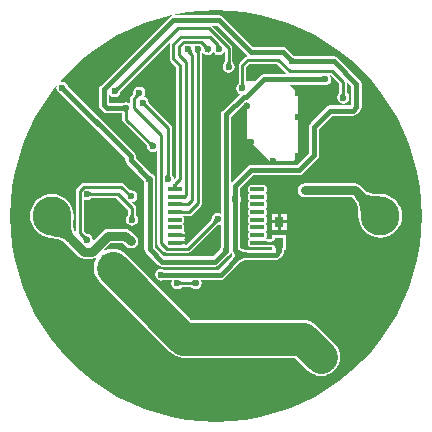
<source format=gbl>
G04*
G04 #@! TF.GenerationSoftware,Altium Limited,Altium Designer,20.0.13 (296)*
G04*
G04 Layer_Physical_Order=2*
G04 Layer_Color=16711680*
%FSLAX44Y44*%
%MOMM*%
G71*
G01*
G75*
%ADD12C,0.2540*%
%ADD29R,0.7620X0.8890*%
%ADD73C,0.4572*%
%ADD74C,0.7620*%
%ADD76C,3.3000*%
%ADD77C,0.6000*%
%ADD78C,0.6400*%
G04:AMPARAMS|DCode=79|XSize=1.2mm|YSize=0.35mm|CornerRadius=0.0875mm|HoleSize=0mm|Usage=FLASHONLY|Rotation=180.000|XOffset=0mm|YOffset=0mm|HoleType=Round|Shape=RoundedRectangle|*
%AMROUNDEDRECTD79*
21,1,1.2000,0.1750,0,0,180.0*
21,1,1.0250,0.3500,0,0,180.0*
1,1,0.1750,-0.5125,0.0875*
1,1,0.1750,0.5125,0.0875*
1,1,0.1750,0.5125,-0.0875*
1,1,0.1750,-0.5125,-0.0875*
%
%ADD79ROUNDEDRECTD79*%
%ADD80C,2.7940*%
G36*
X1055701Y663122D02*
X1056144Y662761D01*
X1056366Y662609D01*
X1056589Y662478D01*
X1056813Y662366D01*
X1057038Y662273D01*
X1057263Y662200D01*
X1057489Y662147D01*
X1057715Y662114D01*
X1054425Y659503D01*
X1054442Y659732D01*
X1054433Y659961D01*
X1054398Y660189D01*
X1054339Y660416D01*
X1054255Y660643D01*
X1054146Y660869D01*
X1054011Y661094D01*
X1053851Y661318D01*
X1053666Y661542D01*
X1053456Y661765D01*
X1055481Y663332D01*
X1055701Y663122D01*
D02*
G37*
G36*
X1043519Y658217D02*
X1043508Y657996D01*
X1043525Y657774D01*
X1043569Y657551D01*
X1043642Y657328D01*
X1043741Y657105D01*
X1043869Y656882D01*
X1044024Y656658D01*
X1044207Y656434D01*
X1044418Y656210D01*
X1042168Y654868D01*
X1041948Y655079D01*
X1041511Y655450D01*
X1041293Y655609D01*
X1041077Y655751D01*
X1040861Y655875D01*
X1040646Y655982D01*
X1040432Y656071D01*
X1040218Y656143D01*
X1040005Y656198D01*
X1043557Y658439D01*
X1043519Y658217D01*
D02*
G37*
G36*
X1051151Y656992D02*
X1051024Y656797D01*
X1050911Y656589D01*
X1050814Y656367D01*
X1050732Y656131D01*
X1050664Y655881D01*
X1050611Y655618D01*
X1050574Y655341D01*
X1050552Y655050D01*
X1050544Y654746D01*
X1048004Y654507D01*
X1047995Y654813D01*
X1047968Y655102D01*
X1047924Y655375D01*
X1047861Y655631D01*
X1047780Y655870D01*
X1047682Y656093D01*
X1047565Y656299D01*
X1047431Y656488D01*
X1047279Y656661D01*
X1047109Y656817D01*
X1051294Y657173D01*
X1051151Y656992D01*
D02*
G37*
G36*
X1076090Y648611D02*
X1076115Y648321D01*
X1076156Y648046D01*
X1076215Y647786D01*
X1076289Y647541D01*
X1076380Y647311D01*
X1076488Y647096D01*
X1076613Y646896D01*
X1076754Y646711D01*
X1076912Y646540D01*
X1072712D01*
X1072869Y646711D01*
X1073010Y646896D01*
X1073135Y647096D01*
X1073243Y647311D01*
X1073334Y647541D01*
X1073409Y647786D01*
X1073467Y648046D01*
X1073509Y648321D01*
X1073533Y648611D01*
X1073542Y648916D01*
X1076082D01*
X1076090Y648611D01*
D02*
G37*
G36*
X1090888Y653754D02*
X1091174Y653563D01*
X1091100Y653320D01*
X1090930D01*
X1089654Y653066D01*
X1088572Y652344D01*
X1084255Y648026D01*
X1083532Y646944D01*
X1083278Y645668D01*
Y630250D01*
X1083262Y630141D01*
X1083236Y630025D01*
X1083208Y629932D01*
X1083180Y629861D01*
X1083162Y629826D01*
X1083029Y629736D01*
X1081924Y628083D01*
X1081536Y626132D01*
X1081924Y624181D01*
X1083029Y622527D01*
X1084096Y621814D01*
X1084121Y621561D01*
X1069726Y607166D01*
X1068779Y605748D01*
X1068446Y604076D01*
Y519954D01*
X1068222Y519835D01*
X1067481Y520330D01*
X1065530Y520718D01*
X1063579Y520330D01*
X1061925Y519225D01*
X1060820Y517571D01*
X1060432Y515620D01*
X1060468Y515440D01*
X1060453Y515396D01*
X1060424Y515327D01*
X1060379Y515243D01*
X1060316Y515144D01*
X1060251Y515056D01*
X1038919Y493724D01*
X1037906D01*
X1037745Y493920D01*
X1037788Y494140D01*
X1029260D01*
Y496680D01*
X1037788D01*
X1037602Y497617D01*
X1036905Y498660D01*
X1037602Y499702D01*
X1037788Y500640D01*
X1029260D01*
Y503180D01*
X1037788D01*
X1037602Y504118D01*
X1036847Y505247D01*
X1036479Y505493D01*
X1037093Y506413D01*
X1037316Y507535D01*
Y509285D01*
X1037093Y510407D01*
X1036458Y511358D01*
X1036196Y511533D01*
Y511787D01*
X1036458Y511962D01*
X1037093Y512913D01*
X1037316Y514035D01*
Y515785D01*
X1037093Y516907D01*
X1036503Y517791D01*
X1036591Y518051D01*
X1036970Y518076D01*
X1041420D01*
X1042696Y518330D01*
X1043778Y519053D01*
X1051631Y526906D01*
X1052354Y527988D01*
X1052608Y529264D01*
Y655166D01*
X1052624Y655281D01*
X1052650Y655415D01*
X1052681Y655527D01*
X1052713Y655619D01*
X1052746Y655693D01*
X1052778Y655753D01*
X1052807Y655797D01*
X1052809Y655801D01*
X1052896Y655912D01*
X1052938Y655994D01*
X1053084Y656212D01*
X1053338D01*
X1053797Y655525D01*
X1055451Y654420D01*
X1057402Y654032D01*
X1059353Y654420D01*
X1061007Y655525D01*
X1061847Y656783D01*
X1062101D01*
X1062941Y655525D01*
X1064595Y654420D01*
X1066546Y654032D01*
X1068497Y654420D01*
X1070151Y655525D01*
X1071224Y657131D01*
X1071478Y657091D01*
Y648529D01*
X1071461Y648421D01*
X1071436Y648307D01*
X1071408Y648216D01*
X1071380Y648146D01*
X1071360Y648105D01*
X1071207Y648003D01*
X1070102Y646349D01*
X1069714Y644398D01*
X1070102Y642447D01*
X1071207Y640793D01*
X1072861Y639688D01*
X1074812Y639300D01*
X1076763Y639688D01*
X1078417Y640793D01*
X1079522Y642447D01*
X1079910Y644398D01*
X1079522Y646349D01*
X1078417Y648003D01*
X1078264Y648105D01*
X1078243Y648146D01*
X1078215Y648216D01*
X1078188Y648307D01*
X1078162Y648421D01*
X1078146Y648529D01*
Y660587D01*
X1077892Y661863D01*
X1077169Y662944D01*
X1060950Y679163D01*
X1061047Y679398D01*
X1065244D01*
X1090888Y653754D01*
D02*
G37*
G36*
X1124009Y638354D02*
X1123904Y638100D01*
X1104646D01*
X1102974Y637767D01*
X1101556Y636820D01*
X1097394Y632659D01*
X1089946D01*
Y644287D01*
X1092311Y646652D01*
X1115711D01*
X1124009Y638354D01*
D02*
G37*
G36*
X1168622Y629809D02*
Y622367D01*
X1168606Y622259D01*
X1168580Y622145D01*
X1168552Y622054D01*
X1168525Y621984D01*
X1168504Y621943D01*
X1168351Y621841D01*
X1167246Y620187D01*
X1166858Y618236D01*
X1167246Y616285D01*
X1168351Y614631D01*
X1170005Y613526D01*
X1171956Y613138D01*
X1173907Y613526D01*
X1175561Y614631D01*
X1176666Y616285D01*
X1177054Y618236D01*
X1176666Y620187D01*
X1175561Y621841D01*
X1175408Y621943D01*
X1175387Y621984D01*
X1175360Y622054D01*
X1175332Y622145D01*
X1175306Y622259D01*
X1175290Y622367D01*
Y631190D01*
X1175215Y631567D01*
X1175439Y631687D01*
X1178762Y628364D01*
Y611802D01*
X1178644Y611684D01*
X1160780D01*
X1159108Y611351D01*
X1157690Y610404D01*
X1144228Y596942D01*
X1143281Y595524D01*
X1142948Y593852D01*
Y571786D01*
X1132808Y561646D01*
X1094232D01*
X1092560Y561313D01*
X1091142Y560366D01*
X1077440Y546664D01*
X1077359Y546670D01*
X1077186Y546723D01*
Y602266D01*
X1089468Y614548D01*
X1089834D01*
X1090001Y614581D01*
X1090199Y614422D01*
X1090676Y583819D01*
X1109933Y564562D01*
X1129204D01*
X1133602Y568960D01*
Y622173D01*
X1126650Y629125D01*
X1126747Y629360D01*
X1154002D01*
X1154511Y629020D01*
X1156462Y628632D01*
X1158413Y629020D01*
X1160067Y630125D01*
X1161172Y631779D01*
X1161560Y633730D01*
X1161172Y635681D01*
X1160270Y637030D01*
X1160390Y637254D01*
X1161177D01*
X1168622Y629809D01*
D02*
G37*
G36*
X1087890Y630354D02*
X1087915Y630065D01*
X1087957Y629790D01*
X1088016Y629530D01*
X1088091Y629286D01*
X1088183Y629056D01*
X1088292Y628842D01*
X1088417Y628642D01*
X1088559Y628458D01*
X1088718Y628289D01*
X1084518Y628259D01*
X1084675Y628430D01*
X1084815Y628616D01*
X1084938Y628817D01*
X1085045Y629033D01*
X1085136Y629263D01*
X1085210Y629509D01*
X1085268Y629769D01*
X1085309Y630045D01*
X1085334Y630335D01*
X1085342Y630639D01*
X1087882Y630659D01*
X1087890Y630354D01*
D02*
G37*
G36*
X982501Y625867D02*
X982291Y625645D01*
X982104Y625423D01*
X981938Y625199D01*
X981796Y624974D01*
X981675Y624748D01*
X981577Y624520D01*
X981501Y624292D01*
X981448Y624062D01*
X981417Y623832D01*
X981408Y623600D01*
X978438Y626570D01*
X978670Y626579D01*
X978901Y626610D01*
X979130Y626663D01*
X979359Y626739D01*
X979586Y626837D01*
X979812Y626958D01*
X980037Y627100D01*
X980260Y627266D01*
X980483Y627453D01*
X980705Y627663D01*
X982501Y625867D01*
D02*
G37*
G36*
X1173234Y622449D02*
X1173259Y622159D01*
X1173301Y621884D01*
X1173359Y621624D01*
X1173434Y621379D01*
X1173525Y621149D01*
X1173633Y620934D01*
X1173757Y620734D01*
X1173898Y620549D01*
X1174056Y620378D01*
X1169856D01*
X1170014Y620549D01*
X1170155Y620734D01*
X1170279Y620934D01*
X1170387Y621149D01*
X1170479Y621379D01*
X1170553Y621624D01*
X1170611Y621884D01*
X1170653Y622159D01*
X1170678Y622449D01*
X1170686Y622754D01*
X1173226D01*
X1173234Y622449D01*
D02*
G37*
G36*
X999646Y619654D02*
X999422Y619615D01*
X999199Y619557D01*
X998976Y619479D01*
X998753Y619383D01*
X998531Y619268D01*
X998309Y619134D01*
X998088Y618980D01*
X997867Y618808D01*
X997426Y618407D01*
X995346Y619918D01*
X995556Y620141D01*
X995740Y620365D01*
X995899Y620590D01*
X996032Y620815D01*
X996139Y621040D01*
X996220Y621266D01*
X996275Y621492D01*
X996305Y621719D01*
X996309Y621946D01*
X996286Y622174D01*
X999646Y619654D01*
D02*
G37*
G36*
X1005039Y613910D02*
X1005070Y613679D01*
X1005123Y613450D01*
X1005199Y613222D01*
X1005297Y612994D01*
X1005418Y612768D01*
X1005560Y612543D01*
X1005725Y612319D01*
X1005913Y612097D01*
X1006123Y611875D01*
X1004327Y610079D01*
X1004105Y610289D01*
X1003883Y610476D01*
X1003659Y610642D01*
X1003434Y610784D01*
X1003208Y610905D01*
X1002980Y611003D01*
X1002752Y611079D01*
X1002523Y611132D01*
X1002292Y611163D01*
X1002060Y611172D01*
X1005030Y614142D01*
X1005039Y613910D01*
D02*
G37*
G36*
X990256Y607033D02*
X990115Y606848D01*
X989991Y606648D01*
X989883Y606433D01*
X989791Y606203D01*
X989717Y605958D01*
X989659Y605698D01*
X989617Y605423D01*
X989592Y605133D01*
X989584Y604828D01*
X987044D01*
X987036Y605133D01*
X987011Y605423D01*
X986969Y605698D01*
X986911Y605958D01*
X986836Y606203D01*
X986745Y606433D01*
X986637Y606648D01*
X986513Y606848D01*
X986372Y607033D01*
X986214Y607204D01*
X990414D01*
X990256Y607033D01*
D02*
G37*
G36*
X1008591Y581225D02*
X1008813Y581037D01*
X1009037Y580872D01*
X1009262Y580730D01*
X1009488Y580609D01*
X1009715Y580511D01*
X1009944Y580435D01*
X1010173Y580382D01*
X1010404Y580351D01*
X1010636Y580342D01*
X1007666Y577372D01*
X1007657Y577604D01*
X1007626Y577835D01*
X1007573Y578064D01*
X1007497Y578293D01*
X1007399Y578520D01*
X1007278Y578746D01*
X1007136Y578971D01*
X1006971Y579194D01*
X1006783Y579417D01*
X1006573Y579639D01*
X1008369Y581435D01*
X1008591Y581225D01*
D02*
G37*
G36*
X1024898Y553492D02*
X1024923Y553202D01*
X1024965Y552927D01*
X1025023Y552667D01*
X1025098Y552422D01*
X1025189Y552192D01*
X1025297Y551977D01*
X1025421Y551777D01*
X1025562Y551592D01*
X1025720Y551422D01*
X1021520D01*
X1021678Y551592D01*
X1021819Y551777D01*
X1021943Y551977D01*
X1022051Y552192D01*
X1022142Y552422D01*
X1022217Y552667D01*
X1022275Y552927D01*
X1022317Y553202D01*
X1022342Y553492D01*
X1022350Y553797D01*
X1024890D01*
X1024898Y553492D01*
D02*
G37*
G36*
X1025104Y665191D02*
X1024858Y663956D01*
Y651256D01*
X1025112Y649980D01*
X1025835Y648898D01*
X1030192Y644541D01*
Y550783D01*
X1028904Y549495D01*
X1028660Y549568D01*
X1028330Y551230D01*
X1027225Y552884D01*
X1027072Y552986D01*
X1027051Y553027D01*
X1027024Y553097D01*
X1026996Y553188D01*
X1026970Y553302D01*
X1026954Y553410D01*
Y592582D01*
X1026700Y593858D01*
X1025978Y594939D01*
X1007309Y613608D01*
X1007244Y613696D01*
X1007181Y613796D01*
X1007136Y613879D01*
X1007106Y613948D01*
X1007092Y613992D01*
X1007128Y614172D01*
X1006740Y616123D01*
X1005635Y617777D01*
X1003981Y618882D01*
X1003129Y619051D01*
X1003032Y619286D01*
X1003962Y620677D01*
X1004350Y622628D01*
X1003962Y624579D01*
X1002857Y626233D01*
X1001203Y627338D01*
X999252Y627726D01*
X997301Y627338D01*
X995647Y626233D01*
X994542Y624579D01*
X994154Y622628D01*
X994266Y622067D01*
X994257Y621978D01*
X994268Y621867D01*
X994265Y621855D01*
X994253Y621824D01*
X994229Y621772D01*
X994185Y621698D01*
X994133Y621625D01*
X992379Y619870D01*
X991656Y618789D01*
X991402Y617513D01*
Y613565D01*
X991178Y613446D01*
X990265Y614056D01*
X988314Y614444D01*
X986363Y614056D01*
X985854Y613716D01*
X974006D01*
X973888Y613834D01*
Y620897D01*
X974131Y620971D01*
X974803Y619965D01*
X976457Y618860D01*
X978408Y618472D01*
X980359Y618860D01*
X982013Y619965D01*
X983118Y621619D01*
X983506Y623570D01*
X983470Y623750D01*
X983484Y623794D01*
X983514Y623863D01*
X983559Y623946D01*
X983622Y624046D01*
X983687Y624134D01*
X1024919Y665366D01*
X1025104Y665191D01*
D02*
G37*
G36*
X1030542Y544657D02*
X1030579Y544229D01*
X1030640Y543851D01*
X1030725Y543523D01*
X1030835Y543246D01*
X1030969Y543019D01*
X1031128Y542842D01*
X1031311Y542716D01*
X1031518Y542641D01*
X1031750Y542616D01*
X1026770D01*
X1027002Y542641D01*
X1027209Y542716D01*
X1027392Y542842D01*
X1027551Y543019D01*
X1027685Y543246D01*
X1027795Y543523D01*
X1027880Y543851D01*
X1027941Y544229D01*
X1027978Y544657D01*
X1027990Y545136D01*
X1030530D01*
X1030542Y544657D01*
D02*
G37*
G36*
X1034849Y536004D02*
X1035013Y535936D01*
X1035205Y535876D01*
X1035427Y535824D01*
X1035679Y535780D01*
X1036268Y535716D01*
X1036975Y535684D01*
X1037372Y535680D01*
Y533140D01*
X1036975Y533136D01*
X1035679Y533040D01*
X1035427Y532996D01*
X1035205Y532944D01*
X1035013Y532884D01*
X1034849Y532816D01*
X1034715Y532739D01*
Y536081D01*
X1034849Y536004D01*
D02*
G37*
G36*
X1034852Y529504D02*
X1035025Y529436D01*
X1035233Y529376D01*
X1035476Y529324D01*
X1035755Y529280D01*
X1036418Y529216D01*
X1037222Y529184D01*
X1037677Y529180D01*
Y526640D01*
X1037222Y526636D01*
X1035755Y526540D01*
X1035476Y526496D01*
X1035233Y526444D01*
X1035025Y526384D01*
X1034852Y526316D01*
X1034715Y526240D01*
Y529580D01*
X1034852Y529504D01*
D02*
G37*
G36*
Y523004D02*
X1035025Y522936D01*
X1035233Y522876D01*
X1035476Y522824D01*
X1035755Y522780D01*
X1036418Y522716D01*
X1037222Y522684D01*
X1037677Y522680D01*
Y520140D01*
X1037222Y520136D01*
X1035755Y520040D01*
X1035476Y519996D01*
X1035233Y519944D01*
X1035025Y519884D01*
X1034852Y519816D01*
X1034715Y519739D01*
Y523080D01*
X1034852Y523004D01*
D02*
G37*
G36*
X1065500Y512620D02*
X1065268Y512611D01*
X1065037Y512580D01*
X1064808Y512527D01*
X1064579Y512451D01*
X1064352Y512353D01*
X1064126Y512232D01*
X1063901Y512090D01*
X1063678Y511925D01*
X1063455Y511737D01*
X1063233Y511527D01*
X1061437Y513323D01*
X1061647Y513545D01*
X1061834Y513768D01*
X1062000Y513991D01*
X1062142Y514216D01*
X1062263Y514442D01*
X1062361Y514669D01*
X1062437Y514898D01*
X1062490Y515127D01*
X1062521Y515358D01*
X1062530Y515590D01*
X1065500Y512620D01*
D02*
G37*
G36*
X1104852Y497004D02*
X1105025Y496936D01*
X1105233Y496876D01*
X1105476Y496824D01*
X1105755Y496780D01*
X1106418Y496716D01*
X1107222Y496684D01*
X1107677Y496680D01*
Y494140D01*
X1107222Y494136D01*
X1105755Y494040D01*
X1105476Y493996D01*
X1105233Y493944D01*
X1105025Y493884D01*
X1104852Y493816D01*
X1104715Y493740D01*
Y497080D01*
X1104852Y497004D01*
D02*
G37*
G36*
X1113820Y492870D02*
X1113795Y493111D01*
X1113719Y493327D01*
X1113592Y493518D01*
X1113414Y493683D01*
X1113186Y493823D01*
X1112906Y493937D01*
X1112576Y494026D01*
X1112195Y494089D01*
X1111763Y494127D01*
X1111281Y494140D01*
Y496680D01*
X1111763Y496693D01*
X1112195Y496731D01*
X1112576Y496794D01*
X1112906Y496883D01*
X1113186Y496997D01*
X1113414Y497137D01*
X1113592Y497302D01*
X1113719Y497493D01*
X1113795Y497709D01*
X1113820Y497950D01*
Y492870D01*
D02*
G37*
G36*
X1120519Y491139D02*
X1120386Y491046D01*
X1120269Y490891D01*
X1120167Y490674D01*
X1120081Y490396D01*
X1120011Y490055D01*
X1119956Y489652D01*
X1119894Y488661D01*
X1119886Y488072D01*
X1115314D01*
X1115306Y488661D01*
X1115189Y490055D01*
X1115119Y490396D01*
X1115033Y490674D01*
X1114931Y490891D01*
X1114814Y491046D01*
X1114681Y491139D01*
X1114533Y491170D01*
X1120667D01*
X1120519Y491139D01*
D02*
G37*
G36*
X1083208Y490045D02*
X1083895Y489495D01*
X1084608Y489010D01*
X1085349Y488590D01*
X1086116Y488234D01*
X1086910Y487943D01*
X1087730Y487717D01*
X1088578Y487555D01*
X1089452Y487458D01*
X1090353Y487426D01*
Y482854D01*
X1089452Y482822D01*
X1088578Y482725D01*
X1087730Y482563D01*
X1086910Y482337D01*
X1086116Y482046D01*
X1085349Y481690D01*
X1084608Y481270D01*
X1083895Y480785D01*
X1083208Y480235D01*
X1082548Y479621D01*
X1078368Y481907D01*
X1078955Y482548D01*
X1079424Y483179D01*
X1079774Y483799D01*
X1080005Y484408D01*
X1080117Y485007D01*
X1080111Y485595D01*
X1079986Y486173D01*
X1079743Y486740D01*
X1079380Y487296D01*
X1078900Y487841D01*
X1082548Y490659D01*
X1083208Y490045D01*
D02*
G37*
G36*
X1076688Y691930D02*
X1089053Y690601D01*
X1101292Y688393D01*
X1113342Y685317D01*
X1125142Y681390D01*
X1136631Y676631D01*
X1147752Y671064D01*
X1158447Y664718D01*
X1168663Y657626D01*
X1178346Y649822D01*
X1187448Y641348D01*
X1195922Y632246D01*
X1203726Y622563D01*
X1210818Y612347D01*
X1217164Y601652D01*
X1222731Y590531D01*
X1227490Y579042D01*
X1231417Y567242D01*
X1234493Y555192D01*
X1236701Y542953D01*
X1238030Y530588D01*
X1238474Y518160D01*
X1238030Y505732D01*
X1236701Y493367D01*
X1234493Y481128D01*
X1231417Y469078D01*
X1227490Y457278D01*
X1222731Y445789D01*
X1217164Y434668D01*
X1210818Y423973D01*
X1203726Y413757D01*
X1195922Y404074D01*
X1187448Y394972D01*
X1178346Y386498D01*
X1168663Y378694D01*
X1158447Y371602D01*
X1147752Y365256D01*
X1136631Y359689D01*
X1125142Y354930D01*
X1113342Y351003D01*
X1101292Y347927D01*
X1089053Y345719D01*
X1076688Y344390D01*
X1064260Y343946D01*
X1051832Y344390D01*
X1039467Y345719D01*
X1027228Y347927D01*
X1015178Y351003D01*
X1003378Y354930D01*
X991889Y359689D01*
X980768Y365256D01*
X970073Y371602D01*
X959857Y378694D01*
X950174Y386498D01*
X941072Y394972D01*
X932598Y404074D01*
X924794Y413757D01*
X917702Y423973D01*
X911356Y434668D01*
X905789Y445789D01*
X901030Y457278D01*
X897103Y469078D01*
X894027Y481128D01*
X891819Y493367D01*
X890490Y505732D01*
X890046Y518160D01*
X890490Y530588D01*
X891819Y542953D01*
X894027Y555192D01*
X897103Y567242D01*
X901030Y579042D01*
X905789Y590531D01*
X911356Y601652D01*
X917702Y612347D01*
X924794Y622563D01*
X929125Y627936D01*
X929355Y627828D01*
X929114Y626618D01*
X929502Y624667D01*
X930607Y623013D01*
X932261Y621908D01*
X932861Y621789D01*
X987449Y567201D01*
Y565272D01*
X987782Y563599D01*
X988729Y562182D01*
X1002983Y547928D01*
X1003102Y547328D01*
X1003551Y546656D01*
Y490171D01*
X1003884Y488498D01*
X1004831Y487081D01*
X1015450Y476462D01*
X1016868Y475515D01*
X1018540Y475182D01*
X1063214D01*
X1064886Y475515D01*
X1066304Y476462D01*
X1073857Y484015D01*
X1074457Y484134D01*
X1076111Y485240D01*
X1077019Y486598D01*
X1077273D01*
X1077426Y486368D01*
X1077786Y486008D01*
X1077938Y485774D01*
X1078035Y485549D01*
X1078074Y485367D01*
X1078076Y485186D01*
X1078034Y484963D01*
X1077922Y484667D01*
X1077711Y484292D01*
X1077435Y483921D01*
X1066260Y472746D01*
X1020238D01*
X1019729Y473086D01*
X1017778Y473474D01*
X1015827Y473086D01*
X1014173Y471981D01*
X1013068Y470327D01*
X1012680Y468376D01*
X1013068Y466425D01*
X1014173Y464771D01*
X1015827Y463666D01*
X1017778Y463278D01*
X1019729Y463666D01*
X1020238Y464006D01*
X1027207D01*
X1027327Y463782D01*
X1026832Y463041D01*
X1026444Y461090D01*
X1026832Y459139D01*
X1027937Y457485D01*
X1029591Y456380D01*
X1031542Y455992D01*
X1033493Y456380D01*
X1035146Y457485D01*
X1035249Y457638D01*
X1035290Y457659D01*
X1035359Y457686D01*
X1035450Y457714D01*
X1035565Y457740D01*
X1035673Y457756D01*
X1042984D01*
X1043092Y457740D01*
X1043206Y457714D01*
X1043297Y457686D01*
X1043367Y457659D01*
X1043408Y457638D01*
X1043510Y457485D01*
X1045164Y456380D01*
X1047115Y455992D01*
X1049066Y456380D01*
X1050720Y457485D01*
X1051825Y459139D01*
X1052213Y461090D01*
X1051825Y463041D01*
X1051330Y463782D01*
X1051449Y464006D01*
X1068070D01*
X1069742Y464339D01*
X1071160Y465286D01*
X1084658Y478784D01*
X1085107Y479143D01*
X1085686Y479537D01*
X1086283Y479875D01*
X1086897Y480160D01*
X1087533Y480393D01*
X1088193Y480575D01*
X1088881Y480707D01*
X1089453Y480770D01*
X1113848D01*
X1115520Y481103D01*
X1115606Y481160D01*
X1116594Y481357D01*
X1118012Y482304D01*
X1120690Y484982D01*
X1121637Y486400D01*
X1121970Y488072D01*
Y489109D01*
X1123410D01*
Y501999D01*
X1111790D01*
Y498744D01*
X1106739D01*
X1106597Y498750D01*
X1106533Y498848D01*
X1106491Y499013D01*
X1107093Y499913D01*
X1107316Y501035D01*
Y502785D01*
X1107093Y503907D01*
X1106458Y504858D01*
X1106196Y505033D01*
Y505287D01*
X1106458Y505462D01*
X1107093Y506413D01*
X1107316Y507535D01*
Y509285D01*
X1107093Y510407D01*
X1106458Y511358D01*
X1106196Y511533D01*
Y511787D01*
X1106458Y511962D01*
X1107093Y512913D01*
X1107316Y514035D01*
Y515785D01*
X1107093Y516907D01*
X1106458Y517858D01*
X1106196Y518033D01*
Y518287D01*
X1106458Y518462D01*
X1107093Y519413D01*
X1107316Y520535D01*
Y522285D01*
X1107093Y523407D01*
X1106458Y524358D01*
X1106196Y524533D01*
Y524787D01*
X1106458Y524962D01*
X1107093Y525913D01*
X1107316Y527035D01*
Y528785D01*
X1107093Y529907D01*
X1106458Y530858D01*
X1106196Y531033D01*
Y531287D01*
X1106458Y531462D01*
X1107093Y532413D01*
X1107316Y533535D01*
Y535285D01*
X1107093Y536407D01*
X1106458Y537358D01*
X1106196Y537533D01*
Y537787D01*
X1106458Y537962D01*
X1107093Y538913D01*
X1107316Y540035D01*
Y541785D01*
X1107093Y542907D01*
X1106458Y543858D01*
X1105507Y544493D01*
X1104385Y544716D01*
X1094135D01*
X1093013Y544493D01*
X1092062Y543858D01*
X1091427Y542907D01*
X1091204Y541785D01*
Y540035D01*
X1091427Y538913D01*
X1092062Y537962D01*
X1092325Y537787D01*
Y537533D01*
X1092062Y537358D01*
X1091427Y536407D01*
X1091204Y535285D01*
Y533535D01*
X1091427Y532413D01*
X1092062Y531462D01*
X1092325Y531287D01*
Y531033D01*
X1092062Y530858D01*
X1091427Y529907D01*
X1091204Y528785D01*
Y527035D01*
X1091427Y525913D01*
X1092062Y524962D01*
X1092325Y524787D01*
Y524533D01*
X1092062Y524358D01*
X1091427Y523407D01*
X1091204Y522285D01*
Y520535D01*
X1091427Y519413D01*
X1092062Y518462D01*
X1092325Y518287D01*
Y518033D01*
X1092062Y517858D01*
X1091427Y516907D01*
X1091204Y515785D01*
Y514035D01*
X1091427Y512913D01*
X1092062Y511962D01*
X1092325Y511787D01*
Y511533D01*
X1092062Y511358D01*
X1091427Y510407D01*
X1091204Y509285D01*
Y507535D01*
X1091427Y506413D01*
X1092062Y505462D01*
X1092325Y505287D01*
Y505033D01*
X1092062Y504858D01*
X1091427Y503907D01*
X1091204Y502785D01*
Y501035D01*
X1091427Y499913D01*
X1092062Y498962D01*
X1092325Y498787D01*
Y498533D01*
X1092062Y498358D01*
X1091427Y497407D01*
X1091204Y496285D01*
Y494535D01*
X1091427Y493413D01*
X1092062Y492462D01*
X1093013Y491827D01*
X1094135Y491604D01*
X1104385D01*
X1104938Y491714D01*
X1104944Y491713D01*
X1104958Y491718D01*
X1105507Y491827D01*
X1105696Y491954D01*
X1105702Y491955D01*
X1105707Y491958D01*
X1105730Y491965D01*
X1105849Y491990D01*
X1105981Y492011D01*
X1106970Y492076D01*
X1111790D01*
Y489510D01*
X1089453D01*
X1088881Y489573D01*
X1088193Y489705D01*
X1087533Y489887D01*
X1086897Y490120D01*
X1086282Y490405D01*
X1085686Y490743D01*
X1085107Y491137D01*
X1084886Y491314D01*
Y529670D01*
X1085226Y530179D01*
X1085614Y532130D01*
X1085226Y534081D01*
X1084886Y534590D01*
Y541750D01*
X1096042Y552906D01*
X1134618D01*
X1136290Y553239D01*
X1137708Y554186D01*
X1150408Y566886D01*
X1151355Y568304D01*
X1151688Y569976D01*
Y592042D01*
X1162590Y602944D01*
X1180454D01*
X1182126Y603277D01*
X1183544Y604224D01*
X1186222Y606902D01*
X1187169Y608320D01*
X1187502Y609992D01*
Y630174D01*
X1187169Y631846D01*
X1186222Y633264D01*
X1167426Y652060D01*
X1166008Y653007D01*
X1164336Y653340D01*
X1131128D01*
X1130619Y653680D01*
X1130019Y653799D01*
X1123884Y659934D01*
X1122466Y660881D01*
X1120794Y661214D01*
X1095788D01*
X1070144Y686858D01*
X1068726Y687805D01*
X1067054Y688138D01*
X1027938D01*
X1026266Y687805D01*
X1024848Y686858D01*
X966428Y628438D01*
X965481Y627020D01*
X965148Y625348D01*
Y612024D01*
X965481Y610352D01*
X966428Y608934D01*
X969106Y606256D01*
X970524Y605309D01*
X972196Y604976D01*
X984980D01*
Y599694D01*
X985234Y598418D01*
X985956Y597337D01*
X1005387Y577906D01*
X1005452Y577818D01*
X1005515Y577719D01*
X1005560Y577635D01*
X1005590Y577566D01*
X1005604Y577522D01*
X1005568Y577342D01*
X1005956Y575391D01*
X1007061Y573737D01*
X1008715Y572632D01*
X1010666Y572244D01*
X1012617Y572632D01*
X1014271Y573737D01*
X1014375Y573893D01*
X1014618Y573819D01*
Y554812D01*
X1014270Y554291D01*
X1014016Y553015D01*
Y495458D01*
X1014270Y494182D01*
X1014993Y493101D01*
X1020061Y488032D01*
X1021142Y487310D01*
X1022418Y487056D01*
X1040300D01*
X1041576Y487310D01*
X1042657Y488032D01*
X1064966Y510341D01*
X1065054Y510406D01*
X1065154Y510469D01*
X1065237Y510514D01*
X1065306Y510544D01*
X1065350Y510558D01*
X1065530Y510522D01*
X1067481Y510910D01*
X1068222Y511405D01*
X1068446Y511286D01*
Y491767D01*
X1067796Y490795D01*
X1067677Y490195D01*
X1061404Y483922D01*
X1020350D01*
X1012291Y491981D01*
Y546983D01*
X1012522Y547328D01*
X1012910Y549279D01*
X1012522Y551230D01*
X1011417Y552884D01*
X1009763Y553989D01*
X1009163Y554108D01*
X996189Y567082D01*
Y569011D01*
X995857Y570683D01*
X994909Y572101D01*
X939041Y627969D01*
X938922Y628569D01*
X937817Y630223D01*
X936163Y631328D01*
X934212Y631716D01*
X932261Y631328D01*
X932086Y631211D01*
X931915Y631399D01*
X932598Y632246D01*
X941072Y641348D01*
X950174Y649822D01*
X959857Y657626D01*
X970073Y664718D01*
X980768Y671064D01*
X991889Y676631D01*
X1003378Y681390D01*
X1015178Y685317D01*
X1027228Y688393D01*
X1039467Y690601D01*
X1051832Y691930D01*
X1064260Y692374D01*
X1076688Y691930D01*
D02*
G37*
G36*
X1044973Y458990D02*
X1044802Y459148D01*
X1044617Y459289D01*
X1044417Y459413D01*
X1044202Y459521D01*
X1043972Y459613D01*
X1043727Y459687D01*
X1043467Y459745D01*
X1043192Y459787D01*
X1042902Y459812D01*
X1042597Y459820D01*
Y462360D01*
X1042902Y462368D01*
X1043192Y462393D01*
X1043467Y462435D01*
X1043727Y462493D01*
X1043972Y462567D01*
X1044202Y462659D01*
X1044417Y462767D01*
X1044617Y462891D01*
X1044802Y463032D01*
X1044973Y463190D01*
Y458990D01*
D02*
G37*
G36*
X1033854Y463032D02*
X1034040Y462891D01*
X1034240Y462767D01*
X1034455Y462659D01*
X1034685Y462567D01*
X1034930Y462493D01*
X1035190Y462435D01*
X1035465Y462393D01*
X1035755Y462368D01*
X1036060Y462360D01*
Y459820D01*
X1035755Y459812D01*
X1035465Y459787D01*
X1035190Y459745D01*
X1034930Y459687D01*
X1034685Y459613D01*
X1034455Y459521D01*
X1034240Y459413D01*
X1034040Y459289D01*
X1033854Y459148D01*
X1033684Y458990D01*
Y463190D01*
X1033854Y463032D01*
D02*
G37*
%LPC*%
G36*
X1123950Y520065D02*
X1118870D01*
Y514350D01*
X1123950D01*
Y520065D01*
D02*
G37*
G36*
X1116330D02*
X1111250D01*
Y514350D01*
X1116330D01*
Y520065D01*
D02*
G37*
G36*
X1123950Y511810D02*
X1118870D01*
Y506095D01*
X1123950D01*
Y511810D01*
D02*
G37*
G36*
X1116330D02*
X1111250D01*
Y506095D01*
X1116330D01*
Y511810D01*
D02*
G37*
G36*
X984076Y546306D02*
X952443D01*
X951167Y546052D01*
X950085Y545330D01*
X946413Y541657D01*
X945690Y540575D01*
X945436Y539299D01*
Y504110D01*
X945485Y503865D01*
X945251Y503766D01*
X945102Y503981D01*
X944549Y505020D01*
X944095Y506169D01*
X943740Y507433D01*
X943490Y508818D01*
X943349Y510327D01*
X943322Y511960D01*
X943411Y513716D01*
X943628Y515649D01*
X943616Y515788D01*
X943849Y518160D01*
X943492Y521787D01*
X942434Y525274D01*
X940717Y528488D01*
X938405Y531305D01*
X935588Y533617D01*
X932374Y535335D01*
X928887Y536392D01*
X925260Y536749D01*
X921633Y536392D01*
X918146Y535335D01*
X914932Y533617D01*
X912115Y531305D01*
X909803Y528488D01*
X908085Y525274D01*
X907028Y521787D01*
X906671Y518160D01*
X907028Y514533D01*
X908085Y511046D01*
X909803Y507832D01*
X912115Y505015D01*
X914932Y502703D01*
X918146Y500985D01*
X921633Y499928D01*
X922887Y499804D01*
X923026Y499756D01*
X925159Y499464D01*
X928995Y498709D01*
X930646Y498263D01*
X932168Y497761D01*
X933536Y497211D01*
X934753Y496620D01*
X935818Y495990D01*
X936667Y495377D01*
X948434Y483610D01*
X950356Y482325D01*
X952623Y481874D01*
X958935D01*
X961202Y482325D01*
X963124Y483610D01*
X964381Y484867D01*
X964569Y484696D01*
X963287Y483133D01*
X961804Y480359D01*
X960891Y477349D01*
X960583Y474218D01*
X960891Y471087D01*
X961804Y468077D01*
X963287Y465303D01*
X965283Y462871D01*
X1025227Y402927D01*
X1027659Y400931D01*
X1030433Y399448D01*
X1033443Y398535D01*
X1036574Y398227D01*
X1131019D01*
X1141300Y387946D01*
X1141911Y387031D01*
X1143631Y385882D01*
X1143726Y385863D01*
X1144245Y385437D01*
X1147019Y383954D01*
X1150029Y383041D01*
X1151628Y382884D01*
X1151631Y382882D01*
X1153660Y382478D01*
X1155689Y382882D01*
X1155865Y382999D01*
X1156291Y383041D01*
X1159301Y383954D01*
X1162075Y385437D01*
X1164507Y387433D01*
X1166503Y389865D01*
X1167986Y392639D01*
X1168899Y395649D01*
X1169207Y398780D01*
X1168899Y401911D01*
X1167986Y404921D01*
X1166503Y407695D01*
X1164507Y410127D01*
X1149013Y425621D01*
X1146581Y427617D01*
X1143807Y429100D01*
X1140797Y430013D01*
X1137666Y430321D01*
X1043221D01*
X987977Y485565D01*
X985545Y487561D01*
X982771Y489044D01*
X979761Y489957D01*
X976630Y490265D01*
X973499Y489957D01*
X970489Y489044D01*
X967715Y487561D01*
X966152Y486278D01*
X965981Y486467D01*
X974987Y495472D01*
X985098D01*
X988189Y492381D01*
X990111Y491097D01*
X992378Y490646D01*
X994645Y491097D01*
X996567Y492381D01*
X997851Y494303D01*
X998302Y496570D01*
X997851Y498837D01*
X996567Y500759D01*
X991741Y505585D01*
X989819Y506869D01*
X987552Y507320D01*
X972533D01*
X970266Y506869D01*
X968344Y505585D01*
X959953Y497193D01*
X959729Y497313D01*
X959884Y498094D01*
X959496Y500045D01*
X958391Y501699D01*
X956737Y502804D01*
X954786Y503192D01*
X954606Y503156D01*
X954562Y503170D01*
X954493Y503200D01*
X954409Y503245D01*
X954310Y503308D01*
X954222Y503373D01*
X952104Y505491D01*
Y532381D01*
X952328Y532501D01*
X953089Y531992D01*
X955040Y531604D01*
X956991Y531992D01*
X958645Y533097D01*
X958747Y533250D01*
X958788Y533271D01*
X958858Y533298D01*
X958949Y533326D01*
X959063Y533352D01*
X959171Y533368D01*
X979821D01*
X989806Y523383D01*
Y519243D01*
X989790Y519135D01*
X989764Y519021D01*
X989736Y518930D01*
X989709Y518860D01*
X989688Y518819D01*
X989535Y518717D01*
X988430Y517063D01*
X988042Y515112D01*
X988430Y513161D01*
X989535Y511507D01*
X991189Y510402D01*
X993140Y510014D01*
X995091Y510402D01*
X996745Y511507D01*
X997850Y513161D01*
X998238Y515112D01*
X997850Y517063D01*
X996745Y518717D01*
X996592Y518819D01*
X996571Y518860D01*
X996544Y518930D01*
X996516Y519021D01*
X996490Y519135D01*
X996474Y519243D01*
Y524764D01*
X996220Y526040D01*
X995498Y527122D01*
X993049Y529570D01*
X993123Y529813D01*
X994444Y530076D01*
X996098Y531181D01*
X997203Y532835D01*
X997591Y534785D01*
X997203Y536736D01*
X996098Y538390D01*
X994444Y539495D01*
X992494Y539883D01*
X992158Y539817D01*
X992145Y539817D01*
X992122Y539819D01*
X992093Y539824D01*
X992053Y539836D01*
X991997Y539858D01*
X991925Y539895D01*
X991836Y539950D01*
X991753Y540010D01*
X986433Y545330D01*
X985352Y546052D01*
X984076Y546306D01*
D02*
G37*
G36*
X1181670Y545674D02*
X1139190D01*
X1136923Y545223D01*
X1135001Y543939D01*
X1133717Y542017D01*
X1133266Y539750D01*
X1133717Y537483D01*
X1135001Y535561D01*
X1136923Y534277D01*
X1139190Y533826D01*
X1179216D01*
X1181522Y531520D01*
X1182158Y530620D01*
X1182750Y529560D01*
X1183272Y528368D01*
X1183721Y527040D01*
X1184091Y525575D01*
X1184374Y524001D01*
X1184697Y520329D01*
X1184718Y518638D01*
X1184670Y518160D01*
X1185028Y514533D01*
X1186086Y511046D01*
X1187803Y507832D01*
X1190115Y505015D01*
X1192932Y502703D01*
X1196146Y500985D01*
X1199633Y499928D01*
X1203260Y499571D01*
X1206887Y499928D01*
X1210374Y500985D01*
X1213588Y502703D01*
X1216405Y505015D01*
X1218717Y507832D01*
X1220434Y511046D01*
X1221492Y514533D01*
X1221850Y518160D01*
X1221492Y521787D01*
X1220434Y525274D01*
X1218717Y528488D01*
X1216405Y531305D01*
X1213588Y533617D01*
X1210374Y535335D01*
X1206887Y536392D01*
X1203260Y536749D01*
X1202782Y536702D01*
X1201064Y536724D01*
X1199188Y536838D01*
X1197447Y537041D01*
X1195844Y537329D01*
X1194380Y537699D01*
X1193052Y538148D01*
X1191860Y538670D01*
X1190799Y539263D01*
X1189900Y539898D01*
X1185859Y543939D01*
X1183937Y545223D01*
X1181670Y545674D01*
D02*
G37*
%LPD*%
G36*
X990254Y538603D02*
X990477Y538417D01*
X990701Y538254D01*
X990926Y538115D01*
X991153Y538000D01*
X991380Y537909D01*
X991609Y537841D01*
X991838Y537797D01*
X992069Y537776D01*
X992300Y537779D01*
X989497Y534652D01*
X989476Y534883D01*
X989434Y535112D01*
X989371Y535340D01*
X989287Y535567D01*
X989183Y535793D01*
X989057Y536019D01*
X988910Y536243D01*
X988742Y536466D01*
X988553Y536687D01*
X988344Y536908D01*
X990032Y538812D01*
X990254Y538603D01*
D02*
G37*
G36*
X957353Y538644D02*
X957538Y538503D01*
X957738Y538379D01*
X957953Y538271D01*
X958183Y538180D01*
X958428Y538105D01*
X958688Y538047D01*
X958963Y538005D01*
X959253Y537980D01*
X959558Y537972D01*
Y535432D01*
X959253Y535424D01*
X958963Y535399D01*
X958688Y535357D01*
X958428Y535299D01*
X958183Y535224D01*
X957953Y535133D01*
X957738Y535025D01*
X957538Y534901D01*
X957353Y534760D01*
X957182Y534602D01*
Y538802D01*
X957353Y538644D01*
D02*
G37*
G36*
X994418Y519325D02*
X994443Y519035D01*
X994485Y518760D01*
X994543Y518500D01*
X994617Y518255D01*
X994709Y518025D01*
X994817Y517810D01*
X994941Y517610D01*
X995082Y517425D01*
X995240Y517254D01*
X991040D01*
X991198Y517425D01*
X991339Y517610D01*
X991463Y517810D01*
X991571Y518025D01*
X991663Y518255D01*
X991737Y518500D01*
X991795Y518760D01*
X991837Y519035D01*
X991862Y519325D01*
X991870Y519630D01*
X994410D01*
X994418Y519325D01*
D02*
G37*
G36*
X952711Y501977D02*
X952934Y501790D01*
X953157Y501624D01*
X953382Y501482D01*
X953608Y501361D01*
X953836Y501263D01*
X954064Y501187D01*
X954294Y501134D01*
X954524Y501103D01*
X954756Y501094D01*
X951786Y498124D01*
X951777Y498356D01*
X951746Y498587D01*
X951693Y498816D01*
X951617Y499044D01*
X951519Y499272D01*
X951398Y499498D01*
X951256Y499723D01*
X951090Y499947D01*
X950903Y500169D01*
X950693Y500391D01*
X952489Y502187D01*
X952711Y501977D01*
D02*
G37*
G36*
X941378Y513882D02*
X941282Y511995D01*
X941311Y510215D01*
X941468Y508542D01*
X941750Y506975D01*
X942160Y505516D01*
X942695Y504164D01*
X943357Y502918D01*
X944146Y501780D01*
X945061Y500748D01*
X938954Y496078D01*
X938015Y496918D01*
X936937Y497698D01*
X935720Y498417D01*
X934363Y499077D01*
X932868Y499677D01*
X931233Y500217D01*
X929459Y500697D01*
X925494Y501476D01*
X923303Y501777D01*
X941601Y515876D01*
X941378Y513882D01*
D02*
G37*
G36*
X1188595Y538323D02*
X1189711Y537535D01*
X1190952Y536842D01*
X1192315Y536244D01*
X1193803Y535742D01*
X1195414Y535335D01*
X1197149Y535023D01*
X1199007Y534806D01*
X1200989Y534685D01*
X1203095Y534659D01*
X1186761Y518325D01*
X1186735Y520431D01*
X1186397Y524271D01*
X1186085Y526006D01*
X1185678Y527617D01*
X1185176Y529105D01*
X1184578Y530468D01*
X1183885Y531709D01*
X1183097Y532825D01*
X1182214Y533818D01*
X1187602Y539206D01*
X1188595Y538323D01*
D02*
G37*
D12*
X1086612Y626153D02*
Y645668D01*
Y626153D02*
X1086634Y626132D01*
X994736Y609528D02*
X1017952Y586312D01*
Y553617D02*
Y586312D01*
X1017350Y553015D02*
X1017952Y553617D01*
X1023620Y549279D02*
Y592582D01*
X1002030Y614172D02*
X1023620Y592582D01*
X1017350Y495458D02*
X1022418Y490390D01*
X1017350Y495458D02*
Y553015D01*
X988314Y599694D02*
Y609346D01*
Y599694D02*
X1010666Y577342D01*
X999252Y622028D02*
Y622628D01*
X994736Y617513D02*
X999252Y622028D01*
X994736Y609528D02*
Y617513D01*
X978408Y623570D02*
X978408D01*
X1032002Y677164D01*
X1117092Y649986D02*
X1126490Y640588D01*
X1086612Y645668D02*
X1090930Y649986D01*
X1117092D01*
X1126490Y640588D02*
X1162558D01*
X1171956Y618236D02*
Y631190D01*
X1031542Y461090D02*
X1047115D01*
X1162558Y640588D02*
X1171956Y631190D01*
X1032002Y677164D02*
X1058234D01*
X1074812Y660587D01*
Y644398D02*
Y660587D01*
X1022418Y490390D02*
X1040300D01*
X1065530Y515620D01*
X1099260Y495410D02*
X1117456D01*
X1117600Y495554D01*
X1058926Y670052D02*
X1065922Y663056D01*
Y659754D02*
X1066546Y659130D01*
X1065922Y659754D02*
Y663056D01*
X1033018Y654050D02*
Y661670D01*
Y654050D02*
X1038860Y648208D01*
X1028192Y651256D02*
Y663956D01*
Y651256D02*
X1033526Y645922D01*
X1038860Y535898D02*
Y648208D01*
X1033526Y549402D02*
Y645922D01*
X1029260Y545136D02*
X1033526Y549402D01*
X1029260Y540910D02*
Y545136D01*
X1037372Y534410D02*
X1038860Y535898D01*
X1029260Y534410D02*
X1037372D01*
X1057402Y659130D02*
Y659615D01*
Y658194D02*
Y659130D01*
X1036860Y665512D02*
X1051505D01*
X1057402Y659615D01*
X1033018Y661670D02*
X1036860Y665512D01*
X1034288Y670052D02*
X1058926D01*
X1028192Y663956D02*
X1034288Y670052D01*
X1044194Y531368D02*
Y654638D01*
X1040736Y527910D02*
X1044194Y531368D01*
X1029260Y527910D02*
X1040736D01*
X1049274Y529264D02*
Y658876D01*
X1041420Y521410D02*
X1049274Y529264D01*
X1029260Y521410D02*
X1041420D01*
X1049020Y659130D02*
X1049274Y658876D01*
X1040638Y658194D02*
X1044194Y654638D01*
X1040638Y658194D02*
Y659130D01*
X954786Y498094D02*
Y498094D01*
X948770Y504110D02*
X954786Y498094D01*
X948770Y504110D02*
Y539299D01*
X955040Y536702D02*
X981202D01*
X993140Y524764D01*
Y515112D02*
Y524764D01*
X984076Y542972D02*
X992262Y534785D01*
X992494D01*
X952443Y542972D02*
X984076D01*
X948770Y539299D02*
X952443Y542972D01*
D29*
X1117600Y513080D02*
D03*
Y495554D02*
D03*
D73*
X1089834Y618918D02*
X1104646Y633730D01*
X1072816Y489154D02*
Y604076D01*
X1087658Y618918D01*
X1089834D01*
X934212Y626618D02*
X991819Y569011D01*
Y565272D02*
Y569011D01*
Y565272D02*
X1007812Y549279D01*
X1007921Y490171D02*
Y549279D01*
X1080516Y543560D02*
X1094232Y557276D01*
X1134618D01*
X1147318Y569976D01*
X972196Y609346D02*
X987806D01*
X969518Y612024D02*
X972196Y609346D01*
X969518Y612024D02*
Y625348D01*
X1027938Y683768D01*
X1067054D02*
X1093978Y656844D01*
X1027938Y683768D02*
X1067054D01*
X1093978Y656844D02*
X1120794D01*
X1128668Y648970D01*
X1104646Y633730D02*
X1156462D01*
X1080516Y489458D02*
Y532130D01*
Y543560D01*
X1164336Y648970D02*
X1183132Y630174D01*
X1128668Y648970D02*
X1164336D01*
X1160780Y607314D02*
X1180454D01*
X1183132Y609992D01*
Y630174D01*
X1147318Y593852D02*
X1160780Y607314D01*
X1147318Y569976D02*
Y593852D01*
X1068070Y468376D02*
X1084834Y485140D01*
X1017778Y468376D02*
X1068070D01*
X1072506Y488844D02*
X1072816Y489154D01*
X1117600Y488072D02*
Y495554D01*
X1114922Y485394D02*
X1117600Y488072D01*
X1114102Y485394D02*
X1114922D01*
X1113848Y485140D02*
X1114102Y485394D01*
X1084834Y485140D02*
X1113848D01*
X1080516Y489458D02*
X1084834Y485140D01*
X1063214Y479552D02*
X1072506Y488844D01*
X1018540Y479552D02*
X1063214D01*
X1007921Y490171D02*
X1018540Y479552D01*
D74*
X1139190Y539750D02*
X1181670D01*
X1203260Y518160D01*
X952623Y487798D02*
X958935D01*
X925260Y515161D02*
X952623Y487798D01*
X972533Y501396D02*
X987552D01*
X925260Y515161D02*
Y518160D01*
X958935Y487798D02*
X972533Y501396D01*
X987552D02*
X992378Y496570D01*
D76*
X1203260Y518160D02*
D03*
X925260D02*
D03*
D77*
X1208278Y552196D02*
D03*
X1214628Y546100D02*
D03*
Y558292D02*
D03*
X1202690Y546100D02*
D03*
Y558292D02*
D03*
X920750Y552704D02*
D03*
X926338Y545846D02*
D03*
Y559054D02*
D03*
X915924Y545846D02*
D03*
X915416Y559308D02*
D03*
X1059180Y627126D02*
D03*
X1058888Y614858D02*
D03*
X1061212Y571246D02*
D03*
Y563118D02*
D03*
X1090676Y611632D02*
D03*
X1086634Y626132D02*
D03*
X1011682Y561848D02*
D03*
X1023620Y549279D02*
D03*
X1007812D02*
D03*
X1002030Y394208D02*
D03*
X993140Y551180D02*
D03*
X930656Y602234D02*
D03*
X951484Y644652D02*
D03*
X1012444Y647192D02*
D03*
X1194816Y626110D02*
D03*
X1112393Y564562D02*
D03*
X1116838Y549402D02*
D03*
X1136904Y491744D02*
D03*
X1087882Y515620D02*
D03*
X1082294Y467868D02*
D03*
X1118362Y433578D02*
D03*
X988314Y609346D02*
D03*
X978408Y623570D02*
D03*
X1112798Y641707D02*
D03*
X1010666Y577342D02*
D03*
X1128668Y648970D02*
D03*
X1171956Y618236D02*
D03*
X1133602Y568960D02*
D03*
X1031542Y461090D02*
D03*
X1047115D02*
D03*
X1017778Y468376D02*
D03*
X981710Y482346D02*
D03*
X970534D02*
D03*
X975868Y476758D02*
D03*
X970534Y470662D02*
D03*
X981710D02*
D03*
X1156462Y633730D02*
D03*
X1094654Y640397D02*
D03*
X1074812Y644398D02*
D03*
X1065530Y515620D02*
D03*
X1080516Y532130D02*
D03*
X1093724Y580771D02*
D03*
X1170940Y595520D02*
D03*
X1072506Y488844D02*
D03*
X934212Y626618D02*
D03*
X1002030Y614172D02*
D03*
X999252Y622628D02*
D03*
X1057402Y659130D02*
D03*
X1066546D02*
D03*
X1040638D02*
D03*
X1049020D02*
D03*
X1133602Y601727D02*
D03*
Y622173D02*
D03*
X954786Y498094D02*
D03*
X955040Y536702D02*
D03*
X992378Y496570D02*
D03*
X993140Y515112D02*
D03*
X992494Y534785D02*
D03*
X1139190Y539750D02*
D03*
D78*
X1153660Y409780D02*
D03*
Y387780D02*
D03*
X1163660Y398780D02*
D03*
X1142660D02*
D03*
X1145660Y406780D02*
D03*
X1160660Y405780D02*
D03*
Y391780D02*
D03*
X1145660Y390780D02*
D03*
X1153160Y398780D02*
D03*
X1117600Y374650D02*
D03*
X1110100Y366650D02*
D03*
X1125100Y367650D02*
D03*
Y381650D02*
D03*
X1110100Y382650D02*
D03*
X1107100Y374650D02*
D03*
X1128100D02*
D03*
X1118100Y363650D02*
D03*
Y385650D02*
D03*
D79*
X1099260Y495410D02*
D03*
X1029260D02*
D03*
X1099260Y540910D02*
D03*
Y534410D02*
D03*
Y527910D02*
D03*
Y521410D02*
D03*
Y514910D02*
D03*
Y508410D02*
D03*
Y501910D02*
D03*
X1029260D02*
D03*
Y508410D02*
D03*
Y514910D02*
D03*
Y521410D02*
D03*
Y527910D02*
D03*
Y534410D02*
D03*
Y540910D02*
D03*
D80*
X1036574Y414274D02*
X1137666D01*
X976630Y474218D02*
X1036574Y414274D01*
X1137666D02*
X1153160Y398780D01*
M02*

</source>
